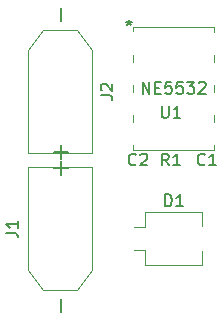
<source format=gbr>
%TF.GenerationSoftware,KiCad,Pcbnew,(6.0.6)*%
%TF.CreationDate,2022-07-17T10:27:07+05:30*%
%TF.ProjectId,transimpedanceAmplifier,7472616e-7369-46d7-9065-64616e636541,rev?*%
%TF.SameCoordinates,Original*%
%TF.FileFunction,Legend,Top*%
%TF.FilePolarity,Positive*%
%FSLAX46Y46*%
G04 Gerber Fmt 4.6, Leading zero omitted, Abs format (unit mm)*
G04 Created by KiCad (PCBNEW (6.0.6)) date 2022-07-17 10:27:07*
%MOMM*%
%LPD*%
G01*
G04 APERTURE LIST*
%ADD10C,0.150000*%
%ADD11C,0.120000*%
G04 APERTURE END LIST*
D10*
%TO.C,C1*%
X198969333Y-96589142D02*
X198921714Y-96636761D01*
X198778857Y-96684380D01*
X198683619Y-96684380D01*
X198540761Y-96636761D01*
X198445523Y-96541523D01*
X198397904Y-96446285D01*
X198350285Y-96255809D01*
X198350285Y-96112952D01*
X198397904Y-95922476D01*
X198445523Y-95827238D01*
X198540761Y-95732000D01*
X198683619Y-95684380D01*
X198778857Y-95684380D01*
X198921714Y-95732000D01*
X198969333Y-95779619D01*
X199921714Y-96684380D02*
X199350285Y-96684380D01*
X199636000Y-96684380D02*
X199636000Y-95684380D01*
X199540761Y-95827238D01*
X199445523Y-95922476D01*
X199350285Y-95970095D01*
%TO.C,U1*%
X195326095Y-91654380D02*
X195326095Y-92463904D01*
X195373714Y-92559142D01*
X195421333Y-92606761D01*
X195516571Y-92654380D01*
X195707047Y-92654380D01*
X195802285Y-92606761D01*
X195849904Y-92559142D01*
X195897523Y-92463904D01*
X195897523Y-91654380D01*
X196897523Y-92654380D02*
X196326095Y-92654380D01*
X196611809Y-92654380D02*
X196611809Y-91654380D01*
X196516571Y-91797238D01*
X196421333Y-91892476D01*
X196326095Y-91940095D01*
X193699142Y-90622380D02*
X193699142Y-89622380D01*
X194270571Y-90622380D01*
X194270571Y-89622380D01*
X194746761Y-90098571D02*
X195080095Y-90098571D01*
X195222952Y-90622380D02*
X194746761Y-90622380D01*
X194746761Y-89622380D01*
X195222952Y-89622380D01*
X196127714Y-89622380D02*
X195651523Y-89622380D01*
X195603904Y-90098571D01*
X195651523Y-90050952D01*
X195746761Y-90003333D01*
X195984857Y-90003333D01*
X196080095Y-90050952D01*
X196127714Y-90098571D01*
X196175333Y-90193809D01*
X196175333Y-90431904D01*
X196127714Y-90527142D01*
X196080095Y-90574761D01*
X195984857Y-90622380D01*
X195746761Y-90622380D01*
X195651523Y-90574761D01*
X195603904Y-90527142D01*
X197080095Y-89622380D02*
X196603904Y-89622380D01*
X196556285Y-90098571D01*
X196603904Y-90050952D01*
X196699142Y-90003333D01*
X196937238Y-90003333D01*
X197032476Y-90050952D01*
X197080095Y-90098571D01*
X197127714Y-90193809D01*
X197127714Y-90431904D01*
X197080095Y-90527142D01*
X197032476Y-90574761D01*
X196937238Y-90622380D01*
X196699142Y-90622380D01*
X196603904Y-90574761D01*
X196556285Y-90527142D01*
X197461047Y-89622380D02*
X198080095Y-89622380D01*
X197746761Y-90003333D01*
X197889619Y-90003333D01*
X197984857Y-90050952D01*
X198032476Y-90098571D01*
X198080095Y-90193809D01*
X198080095Y-90431904D01*
X198032476Y-90527142D01*
X197984857Y-90574761D01*
X197889619Y-90622380D01*
X197603904Y-90622380D01*
X197508666Y-90574761D01*
X197461047Y-90527142D01*
X198461047Y-89717619D02*
X198508666Y-89670000D01*
X198603904Y-89622380D01*
X198842000Y-89622380D01*
X198937238Y-89670000D01*
X198984857Y-89717619D01*
X199032476Y-89812857D01*
X199032476Y-89908095D01*
X198984857Y-90050952D01*
X198413428Y-90622380D01*
X199032476Y-90622380D01*
X192532000Y-84364580D02*
X192532000Y-84602676D01*
X192293904Y-84507438D02*
X192532000Y-84602676D01*
X192770095Y-84507438D01*
X192389142Y-84793152D02*
X192532000Y-84602676D01*
X192674857Y-84793152D01*
X192532000Y-84364580D02*
X192532000Y-84602676D01*
X192293904Y-84507438D02*
X192532000Y-84602676D01*
X192770095Y-84507438D01*
X192389142Y-84793152D02*
X192532000Y-84602676D01*
X192674857Y-84793152D01*
%TO.C,C2*%
X193127333Y-96589142D02*
X193079714Y-96636761D01*
X192936857Y-96684380D01*
X192841619Y-96684380D01*
X192698761Y-96636761D01*
X192603523Y-96541523D01*
X192555904Y-96446285D01*
X192508285Y-96255809D01*
X192508285Y-96112952D01*
X192555904Y-95922476D01*
X192603523Y-95827238D01*
X192698761Y-95732000D01*
X192841619Y-95684380D01*
X192936857Y-95684380D01*
X193079714Y-95732000D01*
X193127333Y-95779619D01*
X193508285Y-95779619D02*
X193555904Y-95732000D01*
X193651142Y-95684380D01*
X193889238Y-95684380D01*
X193984476Y-95732000D01*
X194032095Y-95779619D01*
X194079714Y-95874857D01*
X194079714Y-95970095D01*
X194032095Y-96112952D01*
X193460666Y-96684380D01*
X194079714Y-96684380D01*
%TO.C,J2*%
X190142380Y-90757333D02*
X190856666Y-90757333D01*
X190999523Y-90804952D01*
X191094761Y-90900190D01*
X191142380Y-91043047D01*
X191142380Y-91138285D01*
X190237619Y-90328761D02*
X190190000Y-90281142D01*
X190142380Y-90185904D01*
X190142380Y-89947809D01*
X190190000Y-89852571D01*
X190237619Y-89804952D01*
X190332857Y-89757333D01*
X190428095Y-89757333D01*
X190570952Y-89804952D01*
X191142380Y-90376380D01*
X191142380Y-89757333D01*
X186797142Y-84495428D02*
X186797142Y-83352571D01*
X186797142Y-97495428D02*
X186797142Y-96352571D01*
X187368571Y-96924000D02*
X186225714Y-96924000D01*
%TO.C,R1*%
X195921333Y-96684380D02*
X195588000Y-96208190D01*
X195349904Y-96684380D02*
X195349904Y-95684380D01*
X195730857Y-95684380D01*
X195826095Y-95732000D01*
X195873714Y-95779619D01*
X195921333Y-95874857D01*
X195921333Y-96017714D01*
X195873714Y-96112952D01*
X195826095Y-96160571D01*
X195730857Y-96208190D01*
X195349904Y-96208190D01*
X196873714Y-96684380D02*
X196302285Y-96684380D01*
X196588000Y-96684380D02*
X196588000Y-95684380D01*
X196492761Y-95827238D01*
X196397523Y-95922476D01*
X196302285Y-95970095D01*
%TO.C,D1*%
X195603904Y-100152380D02*
X195603904Y-99152380D01*
X195842000Y-99152380D01*
X195984857Y-99200000D01*
X196080095Y-99295238D01*
X196127714Y-99390476D01*
X196175333Y-99580952D01*
X196175333Y-99723809D01*
X196127714Y-99914285D01*
X196080095Y-100009523D01*
X195984857Y-100104761D01*
X195842000Y-100152380D01*
X195603904Y-100152380D01*
X197127714Y-100152380D02*
X196556285Y-100152380D01*
X196842000Y-100152380D02*
X196842000Y-99152380D01*
X196746761Y-99295238D01*
X196651523Y-99390476D01*
X196556285Y-99438095D01*
%TO.C,J1*%
X182142380Y-102401333D02*
X182856666Y-102401333D01*
X182999523Y-102448952D01*
X183094761Y-102544190D01*
X183142380Y-102687047D01*
X183142380Y-102782285D01*
X183142380Y-101401333D02*
X183142380Y-101972761D01*
X183142380Y-101687047D02*
X182142380Y-101687047D01*
X182285238Y-101782285D01*
X182380476Y-101877523D01*
X182428095Y-101972761D01*
X186797142Y-109139428D02*
X186797142Y-107996571D01*
X186797142Y-96139428D02*
X186797142Y-94996571D01*
X187368571Y-95568000D02*
X186225714Y-95568000D01*
D11*
%TO.C,U1*%
X192913000Y-84963000D02*
X192913000Y-85341460D01*
X192913000Y-95377000D02*
X199771000Y-95377000D01*
X199771000Y-87955403D02*
X199771000Y-87304597D01*
X199771000Y-85415403D02*
X199771000Y-84963000D01*
X199771000Y-95377000D02*
X199771000Y-94924597D01*
X192913000Y-87378540D02*
X192913000Y-87955403D01*
X192913000Y-92384597D02*
X192913000Y-93035403D01*
X199771000Y-90495403D02*
X199771000Y-89844597D01*
X199771000Y-93035403D02*
X199771000Y-92384597D01*
X192913000Y-94924597D02*
X192913000Y-95377000D01*
X199771000Y-84963000D02*
X192913000Y-84963000D01*
X192913000Y-89844597D02*
X192913000Y-90495403D01*
%TO.C,J2*%
X189400000Y-95634000D02*
X183980000Y-95634000D01*
X189400000Y-86914000D02*
X189400000Y-95634000D01*
X188100000Y-85214000D02*
X189400000Y-86914000D01*
X188100000Y-85214000D02*
X185280000Y-85214000D01*
X183980000Y-86914000D02*
X183980000Y-95634000D01*
X185280000Y-85214000D02*
X183980000Y-86914000D01*
%TO.C,D1*%
X193882000Y-101910000D02*
X192962000Y-101910000D01*
X193882000Y-103830000D02*
X192962000Y-103830000D01*
X193882000Y-100610000D02*
X193882000Y-101910000D01*
X198752000Y-103930000D02*
X198752000Y-105130000D01*
X198752000Y-105130000D02*
X193882000Y-105130000D01*
X193882000Y-103830000D02*
X193882000Y-105130000D01*
X198752000Y-100610000D02*
X198752000Y-101810000D01*
X193882000Y-100610000D02*
X198752000Y-100610000D01*
%TO.C,J1*%
X189400000Y-105578000D02*
X189400000Y-96858000D01*
X185280000Y-107278000D02*
X183980000Y-105578000D01*
X185280000Y-107278000D02*
X188100000Y-107278000D01*
X188100000Y-107278000D02*
X189400000Y-105578000D01*
X183980000Y-105578000D02*
X183980000Y-96858000D01*
X183980000Y-96858000D02*
X189400000Y-96858000D01*
%TD*%
M02*

</source>
